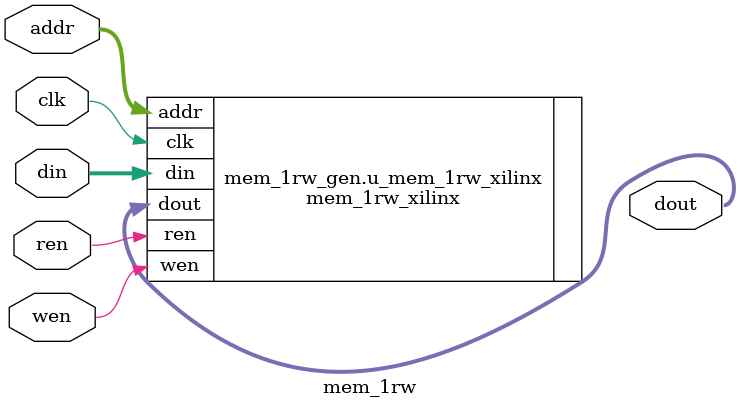
<source format=v>

`default_nettype wire
`timescale 1ns/1ps
module mem_1rw #(
    parameter IS_ARRAY_RAM      = 0            ,
    parameter RAM_STYLE_MODE    = "block"      ,//"distributed", "registers","block"���Ժ�ȡ��
    parameter WIDTH_ADDR        = 8            ,
    parameter WIDTH_DATA        = 8            ,
    parameter DEVICE_RAM_TYPE   = "AUTO"       ,//For Xilinx: "auto", "distributed", "block" or "ultra";
                                                //For Altera: "M9K"
    parameter DOUT_REG          = "false"       //"false":No register output;"true":register output
    )
(
    input                           wen        ,
    input                           ren        ,
    input       [WIDTH_ADDR-1:0]    addr       ,
    input       [WIDTH_DATA-1:0]    din        ,
    input                           clk        ,
    output      [WIDTH_DATA-1:0]    dout
    ) ;
generate
    //ARRAY_RAM
    if (IS_ARRAY_RAM == 1) 
        begin: mem_1rw_gen
            mem_1rw_array #(
                .WIDTH_DATA         ( WIDTH_DATA        ) ,
                .WIDTH_ADDR         ( WIDTH_ADDR        ) ,
                .DOUT_REG           ( DOUT_REG          )
            )
            u_mem_1rw_array (
                .clk                (clk                ),
                .wen                (wen                ),
                .addr               (addr               ),
                .din                (din                ),
                .ren                (ren                ),
                .dout               (dout               )
            );
        end
    else 
        begin: mem_1rw_gen
            mem_1rw_xilinx #(
                .WIDTH_DATA         ( WIDTH_DATA        ) ,
                .WIDTH_ADDR         ( WIDTH_ADDR        ) ,
                .DEVICE_RAM_TYPE    ( DEVICE_RAM_TYPE   ) ,
                .DOUT_REG           ( DOUT_REG          )
            )
            u_mem_1rw_xilinx (
                .clk                (clk                ),
                .wen                (wen                ),
                .addr               (addr               ),
                .din                (din                ),
                .ren                (ren                ),
                .dout               (dout               )
            );
        end
endgenerate
endmodule

</source>
